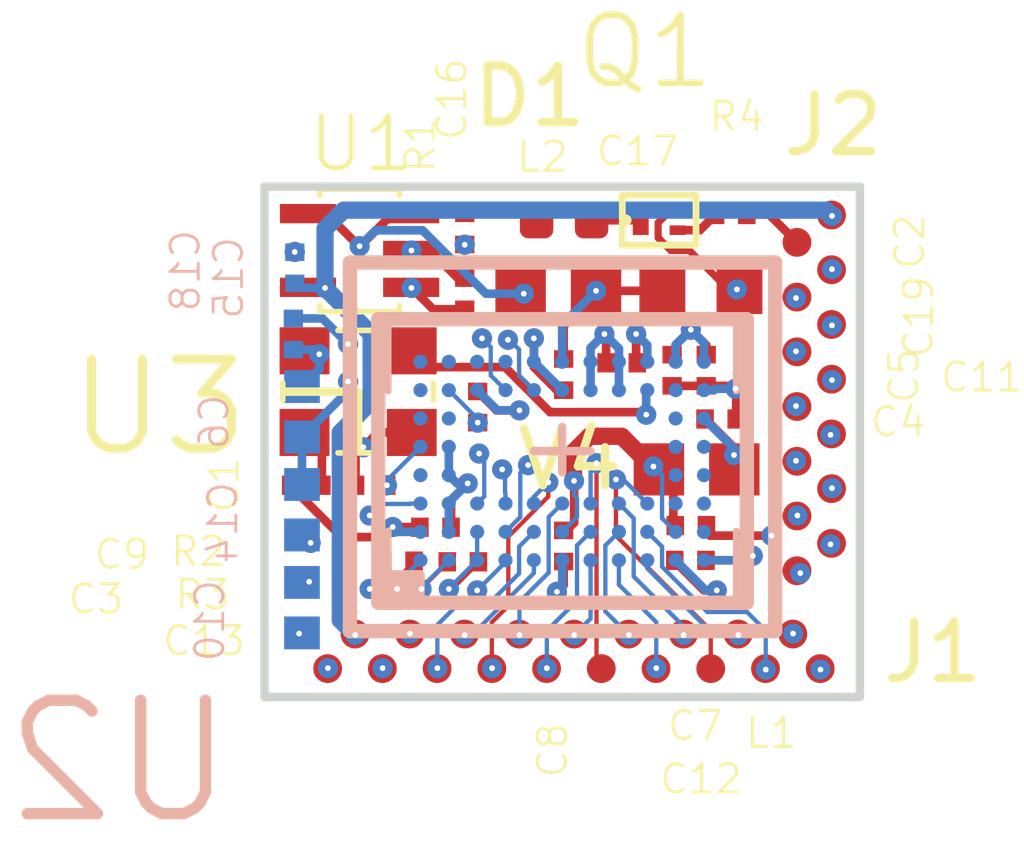
<source format=kicad_pcb>
(kicad_pcb (version 20171130) (host pcbnew "(5.1.0)-1")
  (layers (0 F.Cu jumper) (1 In1.Cu jumper) (2 In2.Cu power) (3 In3.Cu signal) (4 In4.Cu power) (31 B.Cu signal) (34 B.Paste user hide) (35 F.Paste user hide) (36 B.SilkS user) (37 F.SilkS user) (38 B.Mask user hide) (39 F.Mask user hide) (44 Edge.Cuts user))
  (net 0 "")
  (net 1 GND)
  (net 2 "Net-(L2-Pad1)")
  (net 3 +5V)
  (net 4 /VDD_PIX)
  (net 5 +1V8)
  (net 6 +3V3)
  (net 7 "Net-(R3-Pad1)")
  (net 8 "Net-(U2-PadF1)")
  (net 9 "Net-(U2-PadG1)")
  (net 10 "Net-(U2-PadH1)")
  (net 11 "Net-(U2-PadH2)")
  (net 12 "Net-(U2-PadH3)")
  (net 13 "Net-(R2-Pad1)")
  (net 14 /CLK_PLL)
  (net 15 /VREF_BOTPLATE)
  (net 16 "Net-(U2-PadB11)")
  (net 17 "Net-(U2-PadC10)")
  (net 18 "Net-(U2-PadC11)")
  (net 19 "Net-(U2-PadD10)")
  (net 20 "Net-(U2-PadD11)")
  (net 21 "Net-(U2-PadE10)")
  (net 22 "Net-(U2-PadE11)")
  (net 23 "Net-(U2-PadF10)")
  (net 24 "Net-(U2-PadH4)")
  (net 25 "Net-(D1-Pad1)")
  (net 26 "Net-(Q1-Pad1)")
  (net 27 /SS_N)
  (net 28 /FV)
  (net 29 /DOUT7)
  (net 30 /CLK_OUT)
  (net 31 /DOUT2)
  (net 32 /SCK)
  (net 33 /LV)
  (net 34 /DOUT6)
  (net 35 /DOUT4)
  (net 36 /DOUT0)
  (net 37 /MONITOR0)
  (net 38 /TRIGGER0)
  (net 39 /RESET_N)
  (net 40 /DOUT9)
  (net 41 /DOUT8)
  (net 42 /DOUT5)
  (net 43 /DOUT3)
  (net 44 /DOUT1)
  (net 45 /MONITOR1)
  (net 46 /MONITOR2)
  (net 47 /MISO)
  (net 48 /MOSI)
  (net 49 /LOCK_DETECT)
  (net 50 "Net-(D1-Pad2)")
  (net 51 /LED)
  (net 52 /I2C_SDA)
  (net 53 /I2C_SCL)
  (module .Package_BGA:BGA88CP50_8X11_493X613X75B25 (layer B.Cu) (at 39.4836 29.3384)
    (fp_text reference U2)
    (fp_text value NOIP1SN0480A)
    (fp_text user %R (at -7.8154 5.3046) (layer B.SilkS) (effects (font (size 2 2) (thickness 0.2)) (justify mirror)))
    (pad A1 smd circle (at -2.5 1.75) (size 0.25 0.25) (layers B.Cu B.Paste B.Mask) (net 4 /VDD_PIX))
    (pad A2 smd circle (at -2 1.75) (size 0.25 0.25) (layers B.Cu B.Paste B.Mask) (net 5 +1V8))
    (pad A3 smd circle (at -1.5 1.75) (size 0.25 0.25) (layers B.Cu B.Paste B.Mask) (net 1 GND))
    (pad A4 smd circle (at -1 1.75) (size 0.25 0.25) (layers B.Cu B.Paste B.Mask) (net 27 /SS_N))
    (pad A5 smd circle (at -0.5 1.75) (size 0.25 0.25) (layers B.Cu B.Paste B.Mask) (net 28 /FV))
    (pad A6 smd circle (at 0 1.75) (size 0.25 0.25) (layers B.Cu B.Paste B.Mask) (net 1 GND))
    (pad A7 smd circle (at 0.5 1.75) (size 0.25 0.25) (layers B.Cu B.Paste B.Mask) (net 29 /DOUT7))
    (pad A8 smd circle (at 1 1.75) (size 0.25 0.25) (layers B.Cu B.Paste B.Mask) (net 30 /CLK_OUT))
    (pad A9 smd circle (at 1.5 1.75) (size 0.25 0.25) (layers B.Cu B.Paste B.Mask) (net 31 /DOUT2))
    (pad A10 smd circle (at 2 1.75) (size 0.25 0.25) (layers B.Cu B.Paste B.Mask) (net 5 +1V8))
    (pad A11 smd circle (at 2.5 1.75) (size 0.25 0.25) (layers B.Cu B.Paste B.Mask) (net 1 GND))
    (pad B1 smd circle (at -2.5 1.25) (size 0.25 0.25) (layers B.Cu B.Paste B.Mask) (net 6 +3V3))
    (pad B2 smd circle (at -2 1.25) (size 0.25 0.25) (layers B.Cu B.Paste B.Mask) (net 1 GND))
    (pad B3 smd circle (at -1.5 1.25) (size 0.25 0.25) (layers B.Cu B.Paste B.Mask) (net 1 GND))
    (pad B4 smd circle (at -1 1.25) (size 0.25 0.25) (layers B.Cu B.Paste B.Mask) (net 32 /SCK))
    (pad B5 smd circle (at -0.5 1.25) (size 0.25 0.25) (layers B.Cu B.Paste B.Mask) (net 33 /LV))
    (pad B6 smd circle (at 0 1.25) (size 0.25 0.25) (layers B.Cu B.Paste B.Mask) (net 4 /VDD_PIX))
    (pad B7 smd circle (at 0.5 1.25) (size 0.25 0.25) (layers B.Cu B.Paste B.Mask) (net 34 /DOUT6))
    (pad B8 smd circle (at 1 1.25) (size 0.25 0.25) (layers B.Cu B.Paste B.Mask) (net 35 /DOUT4))
    (pad B9 smd circle (at 1.5 1.25) (size 0.25 0.25) (layers B.Cu B.Paste B.Mask) (net 36 /DOUT0))
    (pad B10 smd circle (at 2 1.25) (size 0.25 0.25) (layers B.Cu B.Paste B.Mask) (net 4 /VDD_PIX))
    (pad B11 smd circle (at 2.5 1.25) (size 0.25 0.25) (layers B.Cu B.Paste B.Mask) (net 16 "Net-(U2-PadB11)"))
    (pad C1 smd circle (at -2.5 0.75) (size 0.25 0.25) (layers B.Cu B.Paste B.Mask) (net 37 /MONITOR0))
    (pad C2 smd circle (at -2 0.75) (size 0.25 0.25) (layers B.Cu B.Paste B.Mask) (net 1 GND))
    (pad C3 smd circle (at -1.5 0.75) (size 0.25 0.25) (layers B.Cu B.Paste B.Mask) (net 38 /TRIGGER0))
    (pad C4 smd circle (at -1 0.75) (size 0.25 0.25) (layers B.Cu B.Paste B.Mask) (net 39 /RESET_N))
    (pad C5 smd circle (at -0.5 0.75) (size 0.25 0.25) (layers B.Cu B.Paste B.Mask) (net 40 /DOUT9))
    (pad C6 smd circle (at 0 0.75) (size 0.25 0.25) (layers B.Cu B.Paste B.Mask) (net 41 /DOUT8))
    (pad C7 smd circle (at 0.5 0.75) (size 0.25 0.25) (layers B.Cu B.Paste B.Mask) (net 42 /DOUT5))
    (pad C8 smd circle (at 1 0.75) (size 0.25 0.25) (layers B.Cu B.Paste B.Mask) (net 43 /DOUT3))
    (pad C9 smd circle (at 1.5 0.75) (size 0.25 0.25) (layers B.Cu B.Paste B.Mask) (net 44 /DOUT1))
    (pad C10 smd circle (at 2 0.75) (size 0.25 0.25) (layers B.Cu B.Paste B.Mask) (net 17 "Net-(U2-PadC10)"))
    (pad C11 smd circle (at 2.5 0.75) (size 0.25 0.25) (layers B.Cu B.Paste B.Mask) (net 18 "Net-(U2-PadC11)"))
    (pad D1 smd circle (at -2.5 0.25) (size 0.25 0.25) (layers B.Cu B.Paste B.Mask) (net 45 /MONITOR1))
    (pad D2 smd circle (at -2 0.25) (size 0.25 0.25) (layers B.Cu B.Paste B.Mask) (net 1 GND))
    (pad D10 smd circle (at 2 0.25) (size 0.25 0.25) (layers B.Cu B.Paste B.Mask) (net 19 "Net-(U2-PadD10)"))
    (pad D11 smd circle (at 2.5 0.25) (size 0.25 0.25) (layers B.Cu B.Paste B.Mask) (net 20 "Net-(U2-PadD11)"))
    (pad E1 smd circle (at -2.5 -0.25) (size 0.25 0.25) (layers B.Cu B.Paste B.Mask) (net 7 "Net-(R3-Pad1)"))
    (pad E2 smd circle (at -2 -0.25) (size 0.25 0.25) (layers B.Cu B.Paste B.Mask) (net 1 GND))
    (pad E10 smd circle (at 2 -0.25) (size 0.25 0.25) (layers B.Cu B.Paste B.Mask) (net 21 "Net-(U2-PadE10)"))
    (pad E11 smd circle (at 2.5 -0.25) (size 0.25 0.25) (layers B.Cu B.Paste B.Mask) (net 22 "Net-(U2-PadE11)"))
    (pad F1 smd circle (at -2.5 -0.75) (size 0.25 0.25) (layers B.Cu B.Paste B.Mask) (net 8 "Net-(U2-PadF1)"))
    (pad F2 smd circle (at -2 -0.75) (size 0.25 0.25) (layers B.Cu B.Paste B.Mask) (net 46 /MONITOR2))
    (pad F10 smd circle (at 2 -0.75) (size 0.25 0.25) (layers B.Cu B.Paste B.Mask) (net 23 "Net-(U2-PadF10)"))
    (pad F11 smd circle (at 2.5 -0.75) (size 0.25 0.25) (layers B.Cu B.Paste B.Mask) (net 6 +3V3))
    (pad G1 smd circle (at -2.5 -1.25) (size 0.25 0.25) (layers B.Cu B.Paste B.Mask) (net 9 "Net-(U2-PadG1)"))
    (pad G2 smd circle (at -2 -1.25) (size 0.25 0.25) (layers B.Cu B.Paste B.Mask) (net 1 GND))
    (pad G3 smd circle (at -1.5 -1.25) (size 0.25 0.25) (layers B.Cu B.Paste B.Mask) (net 6 +3V3))
    (pad G4 smd circle (at -1 -1.25) (size 0.25 0.25) (layers B.Cu B.Paste B.Mask) (net 47 /MISO))
    (pad G5 smd circle (at -0.5 -1.25) (size 0.25 0.25) (layers B.Cu B.Paste B.Mask) (net 48 /MOSI))
    (pad G6 smd circle (at 0 -1.25) (size 0.25 0.25) (layers B.Cu B.Paste B.Mask) (net 1 GND))
    (pad G7 smd circle (at 0.5 -1.25) (size 0.25 0.25) (layers B.Cu B.Paste B.Mask) (net 1 GND))
    (pad G8 smd circle (at 1 -1.25) (size 0.25 0.25) (layers B.Cu B.Paste B.Mask) (net 1 GND))
    (pad G9 smd circle (at 1.5 -1.25) (size 0.25 0.25) (layers B.Cu B.Paste B.Mask) (net 14 /CLK_PLL))
    (pad G10 smd circle (at 2 -1.25) (size 0.25 0.25) (layers B.Cu B.Paste B.Mask) (net 49 /LOCK_DETECT))
    (pad G11 smd circle (at 2.5 -1.25) (size 0.25 0.25) (layers B.Cu B.Paste B.Mask) (net 1 GND))
    (pad H1 smd circle (at -2.5 -1.75) (size 0.25 0.25) (layers B.Cu B.Paste B.Mask) (net 10 "Net-(U2-PadH1)"))
    (pad H2 smd circle (at -2 -1.75) (size 0.25 0.25) (layers B.Cu B.Paste B.Mask) (net 11 "Net-(U2-PadH2)"))
    (pad H3 smd circle (at -1.5 -1.75) (size 0.25 0.25) (layers B.Cu B.Paste B.Mask) (net 12 "Net-(U2-PadH3)"))
    (pad H4 smd circle (at -1 -1.75) (size 0.25 0.25) (layers B.Cu B.Paste B.Mask) (net 24 "Net-(U2-PadH4)"))
    (pad H5 smd circle (at -0.5 -1.75) (size 0.25 0.25) (layers B.Cu B.Paste B.Mask) (net 1 GND))
    (pad H6 smd circle (at 0 -1.75) (size 0.25 0.25) (layers B.Cu B.Paste B.Mask) (net 15 /VREF_BOTPLATE))
    (pad H7 smd circle (at 0.5 -1.75) (size 0.25 0.25) (layers B.Cu B.Paste B.Mask) (net 1 GND))
    (pad H8 smd circle (at 1 -1.75) (size 0.25 0.25) (layers B.Cu B.Paste B.Mask) (net 1 GND))
    (pad H9 smd circle (at 1.5 -1.75) (size 0.25 0.25) (layers B.Cu B.Paste B.Mask) (net 5 +1V8))
    (pad H10 smd circle (at 2 -1.75) (size 0.25 0.25) (layers B.Cu B.Paste B.Mask) (net 6 +3V3))
    (pad H11 smd circle (at 2.5 -1.75) (size 0.25 0.25) (layers B.Cu B.Paste B.Mask) (net 6 +3V3))
  )
  (module .Connector:B2B_Flex_14_Dual_Row_38milx24mil_Pad_20mil (layer F.Cu) (at 44.2336 25 270)
    (fp_text reference J2 (at -1.5838 -0.033) (layer F.SilkS))
    (fp_text value Conn_01x14)
    (pad 14 smd circle (at 6.273793 0.6096 270) (size 0.508 0.508) (layers F.Cu F.Paste F.Mask) (net 1 GND))
    (pad 13 smd circle (at 5.791194 0 270) (size 0.508 0.508) (layers F.Cu F.Paste F.Mask) (net 5 +1V8))
    (pad 12 smd circle (at 5.308594 0.6096 270) (size 0.508 0.508) (layers F.Cu F.Paste F.Mask) (net 27 /SS_N))
    (pad 11 smd circle (at 4.825995 0 270) (size 0.508 0.508) (layers F.Cu F.Paste F.Mask) (net 52 /I2C_SDA))
    (pad 10 smd circle (at 4.343395 0.6096 270) (size 0.508 0.508) (layers F.Cu F.Paste F.Mask) (net 53 /I2C_SCL))
    (pad 9 smd circle (at 3.860796 0 270) (size 0.508 0.508) (layers F.Cu F.Paste F.Mask) (net 32 /SCK))
    (pad 8 smd circle (at 3.378196 0.6096 270) (size 0.508 0.508) (layers F.Cu F.Paste F.Mask) (net 39 /RESET_N))
    (pad 7 smd circle (at 2.895597 0 270) (size 0.508 0.508) (layers F.Cu F.Paste F.Mask) (net 38 /TRIGGER0))
    (pad 6 smd circle (at 2.412997 0.6096 270) (size 0.508 0.508) (layers F.Cu F.Paste F.Mask) (net 37 /MONITOR0))
    (pad 5 smd circle (at 1.930398 0 270) (size 0.508 0.508) (layers F.Cu F.Paste F.Mask) (net 47 /MISO))
    (pad 4 smd circle (at 1.447798 0.6096 270) (size 0.508 0.508) (layers F.Cu F.Paste F.Mask) (net 48 /MOSI))
    (pad 3 smd circle (at 0.965199 0 270) (size 0.508 0.508) (layers F.Cu F.Paste F.Mask) (net 6 +3V3))
    (pad 2 smd circle (at 0.482599 0.6096 270) (size 0.508 0.508) (layers F.Cu F.Paste F.Mask) (net 51 /LED))
    (pad 1 smd circle (at 0 0 270) (size 0.508 0.508) (layers F.Cu F.Paste F.Mask) (net 3 +5V))
  )
  (module .Resistor:R_0201_0603Metric_ERJ_L (layer F.Cu) (at 42.4632 24.991)
    (fp_text reference R4)
    (fp_text value 1K)
    (fp_text user %R (at 0.1016 -1.7272) (layer F.SilkS) (effects (font (size 0.5 0.5) (thickness 0.05))))
    (pad 2 smd rect (at 0.275 0) (size 0.31 0.34) (layers F.Cu F.Paste F.Mask) (net 51 /LED))
    (pad 1 smd rect (at -0.275 0) (size 0.31 0.34) (layers F.Cu F.Paste F.Mask) (net 26 "Net-(Q1-Pad1)"))
  )
  (module .Resistor:R_0201_0603Metric_ERJ_L (layer F.Cu) (at 36.1132 29.7662 180)
    (fp_text reference R3)
    (fp_text value 47.7K)
    (fp_text user %R (at 2.9718 -1.9304 180) (layer F.SilkS) (effects (font (size 0.5 0.5) (thickness 0.05))))
    (pad 2 smd rect (at 0.275 0 180) (size 0.31 0.34) (layers F.Cu F.Paste F.Mask) (net 1 GND))
    (pad 1 smd rect (at -0.275 0 180) (size 0.31 0.34) (layers F.Cu F.Paste F.Mask) (net 7 "Net-(R3-Pad1)"))
  )
  (module .Resistor:R_0201_0603Metric_ERJ_L (layer F.Cu) (at 34.9702 29.7662 180)
    (fp_text reference R2)
    (fp_text value DNL)
    (fp_text user %R (at 1.905 -1.1684 180) (layer F.SilkS) (effects (font (size 0.5 0.5) (thickness 0.05))))
    (pad 2 smd rect (at 0.275 0 180) (size 0.31 0.34) (layers F.Cu F.Paste F.Mask) (net 6 +3V3))
    (pad 1 smd rect (at -0.275 0 180) (size 0.31 0.34) (layers F.Cu F.Paste F.Mask) (net 13 "Net-(R2-Pad1)"))
  )
  (module .Resistor:R_0201_0603Metric_ERJ_L (layer F.Cu) (at 37.7642 25.245 270)
    (fp_text reference R1)
    (fp_text value 1.8K)
    (fp_text user %R (at -1.4732 0.7874 270) (layer F.SilkS) (effects (font (size 0.5 0.5) (thickness 0.05))))
    (pad 2 smd rect (at 0.275 0 270) (size 0.31 0.34) (layers F.Cu F.Paste F.Mask) (net 6 +3V3))
    (pad 1 smd rect (at -0.275 0 270) (size 0.31 0.34) (layers F.Cu F.Paste F.Mask) (net 50 "Net-(D1-Pad2)"))
  )
  (module LED_SMD:LED_0402_1005Metric (layer F.Cu) (at 39.5168 25.0926 180)
    (fp_text reference D1 (at 0.6096 2.1844 180) (layer F.SilkS))
    (fp_text value LED_Small_ALT)
    (pad 2 smd roundrect (at 0.485 0 180) (size 0.59 0.64) (layers F.Cu F.Paste F.Mask) (net 50 "Net-(D1-Pad2)"))
    (pad 1 smd roundrect (at -0.485 0 180) (size 0.59 0.64) (layers F.Cu F.Paste F.Mask) (net 25 "Net-(D1-Pad1)"))
  )
  (module .Transistor:TRXDFN3_101X61X53L25X15N (layer F.Cu) (at 41.1932 25.0926 180)
    (fp_text reference Q1 (at 0.254 2.9718 180) (layer F.SilkS) (effects (font (size 1.2 1.2) (thickness 0.12))))
    (fp_text value MMBT3904LP-7B)
    (pad 3 smd rect (at 0.325 0 180) (size 0.28 0.52) (layers F.Cu F.Paste F.Mask) (net 25 "Net-(D1-Pad1)"))
    (pad 2 smd rect (at -0.325 0.175 180) (size 0.28 0.17) (layers F.Cu F.Paste F.Mask) (net 1 GND))
    (pad 1 smd rect (at -0.325 -0.175 180) (size 0.28 0.17) (layers F.Cu F.Paste F.Mask) (net 26 "Net-(Q1-Pad1)"))
  )
  (module .Capacitor:C_0201_0603Metric_L (layer F.Cu) (at 39.509 27.8144 270)
    (fp_text reference C19)
    (fp_text value GRM033R61A104ME15D)
    (fp_text user %R (at -1.02 -6.2562 270) (layer F.SilkS) (effects (font (size 0.5 0.5) (thickness 0.05))))
    (pad 2 smd rect (at 0.275 0 270) (size 0.31 0.34) (layers F.Cu F.Paste F.Mask) (net 1 GND))
    (pad 1 smd rect (at -0.275 0 270) (size 0.31 0.34) (layers F.Cu F.Paste F.Mask) (net 15 /VREF_BOTPLATE))
  )
  (module .Capacitor:C_0201_0603Metric_L (layer F.Cu) (at 37.731 31.1164)
    (fp_text reference C13)
    (fp_text value GRM033R61A104ME15D)
    (fp_text user %R (at -4.5642 1.393) (layer F.SilkS) (effects (font (size 0.5 0.5) (thickness 0.05))))
    (pad 2 smd rect (at 0.275 0) (size 0.31 0.34) (layers F.Cu F.Paste F.Mask) (net 1 GND))
    (pad 1 smd rect (at -0.275 0) (size 0.31 0.34) (layers F.Cu F.Paste F.Mask) (net 5 +1V8))
  )
  (module .Capacitor:C_0201_0603Metric_L (layer F.Cu) (at 41.4218 27.7382 270)
    (fp_text reference C2)
    (fp_text value GRM033R61A104ME15D)
    (fp_text user %R (at -2.2646 -4.191 270) (layer F.SilkS) (effects (font (size 0.5 0.5) (thickness 0.05))))
    (pad 1 smd rect (at -0.275 0 270) (size 0.31 0.34) (layers F.Cu F.Paste F.Mask) (net 6 +3V3))
    (pad 2 smd rect (at 0.275 0 270) (size 0.31 0.34) (layers F.Cu F.Paste F.Mask) (net 1 GND))
  )
  (module .Capacitor:C_0201_0603Metric_L (layer F.Cu) (at 37.2484 30.5068)
    (fp_text reference C3)
    (fp_text value GRM033R61A104ME15D)
    (fp_text user %R (at -5.9866 1.266) (layer F.SilkS) (effects (font (size 0.5 0.5) (thickness 0.05))))
    (pad 2 smd rect (at 0.275 0) (size 0.31 0.34) (layers F.Cu F.Paste F.Mask) (net 1 GND))
    (pad 1 smd rect (at -0.275 0) (size 0.31 0.34) (layers F.Cu F.Paste F.Mask) (net 6 +3V3))
  )
  (module .Capacitor:C_0201_0603Metric_L (layer F.Cu) (at 42.2776 28.5978)
    (fp_text reference C4)
    (fp_text value GRM033R61A104ME15D)
    (fp_text user %R (at 3.132 0.0508) (layer F.SilkS) (effects (font (size 0.5 0.5) (thickness 0.05))))
    (pad 1 smd rect (at -0.275 0) (size 0.31 0.34) (layers F.Cu F.Paste F.Mask) (net 6 +3V3))
    (pad 2 smd rect (at 0.275 0) (size 0.31 0.34) (layers F.Cu F.Paste F.Mask) (net 1 GND))
  )
  (module .Capacitor:C_0201_0603Metric_L (layer F.Cu) (at 41.752 30.4774)
    (fp_text reference C7)
    (fp_text value GRM033R61A104ME15D)
    (fp_text user %R (at 0.0762 3.5306) (layer F.SilkS) (effects (font (size 0.5 0.5) (thickness 0.05))))
    (pad 2 smd rect (at 0.275 0) (size 0.31 0.34) (layers F.Cu F.Paste F.Mask) (net 1 GND))
    (pad 1 smd rect (at -0.275 0) (size 0.31 0.34) (layers F.Cu F.Paste F.Mask) (net 4 /VDD_PIX))
  )
  (module .Capacitor:C_0201_0603Metric_L (layer F.Cu) (at 39.509 30.837 270)
    (fp_text reference C8)
    (fp_text value GRM033R61A104ME15D)
    (fp_text user %R (at 3.6028 0.1954 270) (layer F.SilkS) (effects (font (size 0.5 0.5) (thickness 0.05))))
    (pad 1 smd rect (at -0.275 0 270) (size 0.31 0.34) (layers F.Cu F.Paste F.Mask) (net 4 /VDD_PIX))
    (pad 2 smd rect (at 0.275 0 270) (size 0.31 0.34) (layers F.Cu F.Paste F.Mask) (net 1 GND))
  )
  (module .Capacitor:C_0201_0603Metric_L (layer F.Cu) (at 36.5958 31.1044 180)
    (fp_text reference C9)
    (fp_text value GRM033R61A104ME15D)
    (fp_text user %R (at 4.8768 0.119 180) (layer F.SilkS) (effects (font (size 0.5 0.5) (thickness 0.05))))
    (pad 2 smd rect (at 0.275 0 180) (size 0.31 0.34) (layers F.Cu F.Paste F.Mask) (net 1 GND))
    (pad 1 smd rect (at -0.275 0 180) (size 0.31 0.34) (layers F.Cu F.Paste F.Mask) (net 4 /VDD_PIX))
  )
  (module .Capacitor:C_0201_0603Metric_L (layer F.Cu) (at 40.5328 27.6072 180)
    (fp_text reference C11)
    (fp_text value GRM033R61A104ME15D)
    (fp_text user %R (at -6.35 -0.254 180) (layer F.SilkS) (effects (font (size 0.5 0.5) (thickness 0.05))))
    (pad 1 smd rect (at -0.275 0 180) (size 0.31 0.34) (layers F.Cu F.Paste F.Mask) (net 5 +1V8))
    (pad 2 smd rect (at 0.275 0 180) (size 0.31 0.34) (layers F.Cu F.Paste F.Mask) (net 1 GND))
  )
  (module .Capacitor:C_0201_0603Metric_L (layer F.Cu) (at 41.7442 31.091)
    (fp_text reference C12)
    (fp_text value GRM033R61A104ME15D)
    (fp_text user %R (at 0.1856 3.8568) (layer F.SilkS) (effects (font (size 0.5 0.5) (thickness 0.05))))
    (pad 2 smd rect (at 0.275 0) (size 0.31 0.34) (layers F.Cu F.Paste F.Mask) (net 1 GND))
    (pad 1 smd rect (at -0.275 0) (size 0.31 0.34) (layers F.Cu F.Paste F.Mask) (net 5 +1V8))
  )
  (module .Capacitor:C_0201_0603Metric_L (layer F.Cu) (at 37.9928 28.3866 270)
    (fp_text reference C1)
    (fp_text value GRM033R61A104ME15D)
    (fp_text user %R (at 1.3796 4.4704 270) (layer F.SilkS) (effects (font (size 0.5 0.5) (thickness 0.05))))
    (pad 1 smd rect (at -0.275 0 270) (size 0.31 0.34) (layers F.Cu F.Paste F.Mask) (net 6 +3V3))
    (pad 2 smd rect (at 0.275 0 270) (size 0.31 0.34) (layers F.Cu F.Paste F.Mask) (net 1 GND))
  )
  (module .Capacitor:C_0201_0603Metric_L (layer F.Cu) (at 37.7642 26.388 90)
    (fp_text reference C16)
    (fp_text value GRM033R61A104ME15D)
    (fp_text user %R (at 3.429 -0.2286 90) (layer F.SilkS) (effects (font (size 0.5 0.5) (thickness 0.05))))
    (pad 2 smd rect (at 0.275 0 90) (size 0.31 0.34) (layers F.Cu F.Paste F.Mask) (net 1 GND))
    (pad 1 smd rect (at -0.275 0 90) (size 0.31 0.34) (layers F.Cu F.Paste F.Mask) (net 5 +1V8))
  )
  (module .Capacitor:C_0201_0603Metric_L (layer B.Cu) (at 34.7416 27.0992 90)
    (fp_text reference C18)
    (fp_text value GRM033R61A104ME15D)
    (fp_text user %R (at 1.1176 -1.905 90) (layer B.SilkS) (effects (font (size 0.5 0.5) (thickness 0.05)) (justify mirror)))
    (pad 1 smd rect (at -0.275 0 90) (size 0.31 0.34) (layers B.Cu B.Paste B.Mask) (net 6 +3V3))
    (pad 2 smd rect (at 0.275 0 90) (size 0.31 0.34) (layers B.Cu B.Paste B.Mask) (net 1 GND))
  )
  (module .Capacitor:C_0201_0603Metric_L (layer B.Cu) (at 34.767 25.9308 90)
    (fp_text reference C15)
    (fp_text value GRM033R61A104ME15D)
    (fp_text user %R (at -0.1778 -1.1684 90) (layer B.SilkS) (effects (font (size 0.5 0.5) (thickness 0.05)) (justify mirror)))
    (pad 2 smd rect (at 0.275 0 90) (size 0.31 0.34) (layers B.Cu B.Paste B.Mask) (net 1 GND))
    (pad 1 smd rect (at -0.275 0 90) (size 0.31 0.34) (layers B.Cu B.Paste B.Mask) (net 3 +5V))
  )
  (module .Capacitor:C_0201_0603Metric_L (layer F.Cu) (at 42.0236 27.7382 270)
    (fp_text reference C5)
    (fp_text value GRM033R61A104ME15D)
    (fp_text user %R (at 0.0976 -3.4876 270) (layer F.SilkS) (effects (font (size 0.5 0.5) (thickness 0.05))))
    (pad 1 smd rect (at -0.275 0 270) (size 0.31 0.34) (layers F.Cu F.Paste F.Mask) (net 6 +3V3))
    (pad 2 smd rect (at 0.275 0 270) (size 0.31 0.34) (layers F.Cu F.Paste F.Mask) (net 1 GND))
  )
  (module .Capacitor:C_0402_1005Metric_L (layer B.Cu) (at 34.894 31.9252 270)
    (fp_text reference C10)
    (fp_text value GRM155R60J106ME15D)
    (fp_text user %R (at 0.2286 1.6256 270) (layer B.SilkS) (effects (font (size 0.5 0.5) (thickness 0.05)) (justify mirror)))
    (pad 1 smd rect (at -0.445 0 270) (size 0.58 0.63) (layers B.Cu B.Paste B.Mask) (net 4 /VDD_PIX))
    (pad 2 smd rect (at 0.445 0 270) (size 0.58 0.63) (layers B.Cu B.Paste B.Mask) (net 1 GND))
  )
  (module .Capacitor:C_0402_1005Metric_L (layer B.Cu) (at 34.894 28.4708 270)
    (fp_text reference C6)
    (fp_text value GRM155R60J106ME15D)
    (fp_text user %R (at 0.1778 1.5494 270) (layer B.SilkS) (effects (font (size 0.5 0.5) (thickness 0.05)) (justify mirror)))
    (pad 2 smd rect (at 0.445 0 270) (size 0.58 0.63) (layers B.Cu B.Paste B.Mask) (net 1 GND))
    (pad 1 smd rect (at -0.445 0 270) (size 0.58 0.63) (layers B.Cu B.Paste B.Mask) (net 6 +3V3))
  )
  (module .Capacitor:C_0402_1005Metric_L (layer B.Cu) (at 34.894 30.198 90)
    (fp_text reference C14)
    (fp_text value GRM155R60J106ME15D)
    (fp_text user %R (at -0.2286 -1.397 90) (layer B.SilkS) (effects (font (size 0.5 0.5) (thickness 0.05)) (justify mirror)))
    (pad 1 smd rect (at -0.445 0 90) (size 0.58 0.63) (layers B.Cu B.Paste B.Mask) (net 5 +1V8))
    (pad 2 smd rect (at 0.445 0 90) (size 0.58 0.63) (layers B.Cu B.Paste B.Mask) (net 1 GND))
  )
  (module .Capacitor:C_0603_1608Metric_L (layer F.Cu) (at 41.9298 26.3118)
    (fp_text reference C17)
    (fp_text value GRM188R61E475KE11D)
    (fp_text user %R (at -1.1176 -2.4384) (layer F.SilkS) (effects (font (size 0.5 0.5) (thickness 0.05))))
    (pad 1 smd rect (at -0.68 0) (size 0.81 0.87) (layers F.Cu F.Paste F.Mask) (net 15 /VREF_BOTPLATE))
    (pad 2 smd rect (at 0.68 0) (size 0.81 0.87) (layers F.Cu F.Paste F.Mask) (net 1 GND))
  )
  (module .Connector:B2B_Flex_20_Dual_Row_38milx24mil_Pad_20mil (layer F.Cu) (at 44.0336 33 180)
    (fp_text reference J1 (at -1.9856 0.2874 180) (layer F.SilkS))
    (fp_text value Conn_01x20)
    (pad 1 smd circle (at 0 0 180) (size 0.508 0.508) (layers F.Cu F.Paste F.Mask) (net 1 GND))
    (pad 2 smd circle (at 0.482599 0.6096 180) (size 0.508 0.508) (layers F.Cu F.Paste F.Mask) (net 5 +1V8))
    (pad 3 smd circle (at 0.965199 0 180) (size 0.508 0.508) (layers F.Cu F.Paste F.Mask) (net 36 /DOUT0))
    (pad 4 smd circle (at 1.447798 0.6096 180) (size 0.508 0.508) (layers F.Cu F.Paste F.Mask) (net 31 /DOUT2))
    (pad 5 smd circle (at 1.930398 0 180) (size 0.508 0.508) (layers F.Cu F.Paste F.Mask) (net 44 /DOUT1))
    (pad 6 smd circle (at 2.412997 0.6096 180) (size 0.508 0.508) (layers F.Cu F.Paste F.Mask) (net 43 /DOUT3))
    (pad 7 smd circle (at 2.895597 0 180) (size 0.508 0.508) (layers F.Cu F.Paste F.Mask) (net 30 /CLK_OUT))
    (pad 8 smd circle (at 3.378196 0.6096 180) (size 0.508 0.508) (layers F.Cu F.Paste F.Mask) (net 35 /DOUT4))
    (pad 9 smd circle (at 3.860796 0 180) (size 0.508 0.508) (layers F.Cu F.Paste F.Mask) (net 42 /DOUT5))
    (pad 10 smd circle (at 4.343395 0.6096 180) (size 0.508 0.508) (layers F.Cu F.Paste F.Mask) (net 29 /DOUT7))
    (pad 11 smd circle (at 4.825995 0 180) (size 0.508 0.508) (layers F.Cu F.Paste F.Mask) (net 34 /DOUT6))
    (pad 12 smd circle (at 5.308594 0.6096 180) (size 0.508 0.508) (layers F.Cu F.Paste F.Mask) (net 41 /DOUT8))
    (pad 13 smd circle (at 5.791194 0 180) (size 0.508 0.508) (layers F.Cu F.Paste F.Mask) (net 40 /DOUT9))
    (pad 14 smd circle (at 6.273793 0.6096 180) (size 0.508 0.508) (layers F.Cu F.Paste F.Mask) (net 28 /FV))
    (pad 15 smd circle (at 6.756393 0 180) (size 0.508 0.508) (layers F.Cu F.Paste F.Mask) (net 33 /LV))
    (pad 16 smd circle (at 7.238992 0.6096 180) (size 0.508 0.508) (layers F.Cu F.Paste F.Mask) (net 52 /I2C_SDA))
    (pad 17 smd circle (at 7.721592 0 180) (size 0.508 0.508) (layers F.Cu F.Paste F.Mask) (net 53 /I2C_SCL))
    (pad 18 smd circle (at 8.204191 0.6096 180) (size 0.508 0.508) (layers F.Cu F.Paste F.Mask) (net 3 +5V))
    (pad 19 smd circle (at 8.686791 0 180) (size 0.508 0.508) (layers F.Cu F.Paste F.Mask) (net 6 +3V3))
    (pad 20 smd circle (at 9.16939 0.6096 180) (size 0.508 0.508) (layers F.Cu F.Paste F.Mask) (net 1 GND))
  )
  (module .Inductor:L_0603_1608Metric_L (layer F.Cu) (at 41.8536 29.4868 180)
    (fp_text reference L1)
    (fp_text value BLM18PG471SN1D)
    (fp_text user %R (at -1.3208 -4.6482 180) (layer F.SilkS) (effects (font (size 0.52 0.52) (thickness 0.05))))
    (pad 2 smd rect (at 0.665 0 180) (size 0.89 0.92) (layers F.Cu F.Paste F.Mask) (net 4 /VDD_PIX))
    (pad 1 smd rect (at -0.665 0 180) (size 0.89 0.92) (layers F.Cu F.Paste F.Mask) (net 6 +3V3))
  )
  (module .Inductor:L_0603_1608Metric_L (layer F.Cu) (at 39.4152 26.3372)
    (fp_text reference L2)
    (fp_text value BLM18PG471SN1D)
    (fp_text user %R (at -0.2794 -2.3622) (layer F.SilkS) (effects (font (size 0.52 0.52) (thickness 0.05))))
    (pad 1 smd rect (at -0.665 0) (size 0.89 0.92) (layers F.Cu F.Paste F.Mask) (net 2 "Net-(L2-Pad1)"))
    (pad 2 smd rect (at 0.665 0) (size 0.89 0.92) (layers F.Cu F.Paste F.Mask) (net 15 /VREF_BOTPLATE))
  )
  (module .Oscillator:OSC_CC250X200X80L70X75L (layer F.Cu) (at 35.8846 28.1152)
    (fp_text reference U3)
    (fp_text value SiT_2.5mmx2mm)
    (fp_text user %R (at -3.5052 0.2794) (layer F.SilkS) (effects (font (size 1.57 1.57) (thickness 0.16))))
    (pad 1 smd rect (at -0.945 0.72 90) (size 0.83 0.88) (layers F.Cu F.Paste F.Mask) (net 13 "Net-(R2-Pad1)"))
    (pad 2 smd rect (at 0.945 0.72 90) (size 0.83 0.88) (layers F.Cu F.Paste F.Mask) (net 1 GND))
    (pad 3 smd rect (at 0.945 -0.72 90) (size 0.83 0.88) (layers F.Cu F.Paste F.Mask) (net 14 /CLK_PLL))
    (pad 4 smd rect (at -0.945 -0.72 90) (size 0.83 0.88) (layers F.Cu F.Paste F.Mask) (net 6 +3V3))
  )
  (module .Package_SOT:SOT_23-5P65_210X110L36X22L (layer F.Cu) (at 35.91 25.626 90)
    (fp_text reference U1)
    (fp_text value LMV321IDCKR)
    (fp_text user %R (at 1.8796 0.0254 180) (layer F.SilkS) (effects (font (size 0.92 0.92) (thickness 0.09))))
    (pad 1 smd rect (at -0.65 0.91 180) (size 0.99 0.34) (layers F.Cu F.Paste F.Mask) (net 5 +1V8))
    (pad 2 smd rect (at 0 0.91 180) (size 0.99 0.34) (layers F.Cu F.Paste F.Mask) (net 1 GND))
    (pad 3 smd rect (at 0.65 0.91 180) (size 0.99 0.34) (layers F.Cu F.Paste F.Mask) (net 2 "Net-(L2-Pad1)"))
    (pad 4 smd rect (at 0.65 -0.91 180) (size 0.99 0.34) (layers F.Cu F.Paste F.Mask) (net 2 "Net-(L2-Pad1)"))
    (pad 5 smd rect (at -0.65 -0.91 180) (size 0.99 0.34) (layers F.Cu F.Paste F.Mask) (net 3 +5V))
  )
  (gr_line (start 43.2398 25.838) (end 35.7398 25.838) (layer B.SilkS) (width 0.254))
  (gr_line (start 43.2398 32.338) (end 43.2398 25.838) (layer B.SilkS) (width 0.254))
  (gr_line (start 35.7398 32.338) (end 43.2398 32.338) (layer B.SilkS) (width 0.254))
  (gr_line (start 35.7398 25.838) (end 35.7398 32.338) (layer B.SilkS) (width 0.254))
  (gr_line (start 36.2398 26.838) (end 36.2398 31.838) (layer B.SilkS) (width 0.254))
  (gr_line (start 42.7398 26.838) (end 36.2398 26.838) (layer B.SilkS) (width 0.254))
  (gr_line (start 42.7398 31.838) (end 42.7398 26.838) (layer B.SilkS) (width 0.254))
  (gr_line (start 36.2398 31.838) (end 42.7398 31.838) (layer B.SilkS) (width 0.254))
  (gr_text V4 (at 39.6184 29.309) (layer F.SilkS) (effects (font (size 1 1))))
  (gr_line (start 44.7336 24.5) (end 34.2336 24.5) (layer Edge.Cuts) (width 0.15))
  (gr_line (start 44.7336 33.5) (end 44.7336 24.5) (layer Edge.Cuts) (width 0.15))
  (gr_line (start 34.2336 33.5) (end 44.7336 33.5) (layer Edge.Cuts) (width 0.15))
  (gr_line (start 34.2336 24.5) (end 34.2336 33.5) (layer Edge.Cuts) (width 0.15))
  (via (at 43.6824 31.3156) (size 0.3556) (drill 0.1016) (layers F.Cu B.Cu) (net 1))
  (via (at 44.038 33.0174) (size 0.3556) (drill 0.1016) (layers F.Cu B.Cu) (net 1))
  (via (at 34.8432 32.3824) (size 0.3556) (drill 0.1016) (layers F.Cu B.Cu) (net 1))
  (via (at 34.767 25.6514) (size 0.3556) (drill 0.1016) (layers F.Cu B.Cu) (net 1))
  (via (at 36.8244 25.626) (size 0.3556) (drill 0.1016) (layers F.Cu B.Cu) (net 1))
  (segment (start 35.8382 29.4438) (end 35.8382 29.7662) (width 0.1524) (layer F.Cu) (net 1))
  (segment (start 35.8382 29.2342) (end 35.8382 29.4438) (width 0.1524) (layer F.Cu) (net 1))
  (segment (start 36.2372 28.8352) (end 35.9764 29.096) (width 0.1524) (layer F.Cu) (net 1))
  (segment (start 36.8296 28.8352) (end 36.2372 28.8352) (width 0.1524) (layer F.Cu) (net 1))
  (segment (start 35.9764 29.096) (end 35.8382 29.2342) (width 0.1524) (layer F.Cu) (net 1))
  (via (at 35.9764 29.096) (size 0.3556) (drill 0.1016) (layers F.Cu B.Cu) (net 1))
  (segment (start 42.5648 26.3118) (end 42.6098 26.3118) (width 0.127) (layer F.Cu) (net 1))
  (via (at 42.5648 26.3118) (size 0.3556) (drill 0.1016) (layers F.Cu B.Cu) (net 1))
  (segment (start 37.9836 30.5884) (end 37.9836 31.0884) (width 0.0762) (layer B.Cu) (net 1))
  (segment (start 37.4836 30.5884) (end 37.4836 30.0884) (width 0.1524) (layer B.Cu) (net 1))
  (via (at 37.816499 29.7336) (size 0.3556) (drill 0.1016) (layers F.Cu B.Cu) (net 1))
  (segment (start 37.4836 30.0884) (end 37.4836 30.066499) (width 0.1524) (layer B.Cu) (net 1))
  (segment (start 37.4836 30.066499) (end 37.816499 29.7336) (width 0.1524) (layer B.Cu) (net 1))
  (segment (start 37.4836 29.0884) (end 37.4836 29.5884) (width 0.1524) (layer B.Cu) (net 1))
  (segment (start 37.6288 29.7336) (end 37.4836 29.5884) (width 0.1524) (layer B.Cu) (net 1))
  (segment (start 37.816499 29.7336) (end 37.6288 29.7336) (width 0.1524) (layer B.Cu) (net 1))
  (segment (start 39.4836 28.0884) (end 38.9836 27.5884) (width 0.1524) (layer B.Cu) (net 1))
  (segment (start 42.160376 28.0884) (end 42.184376 28.0644) (width 0.1524) (layer B.Cu) (net 1))
  (segment (start 41.9836 28.0884) (end 42.160376 28.0884) (width 0.1524) (layer B.Cu) (net 1))
  (segment (start 42.184376 28.0644) (end 42.5394 28.0644) (width 0.1524) (layer B.Cu) (net 1))
  (via (at 37.9928 28.6616) (size 0.3556) (drill 0.1016) (layers F.Cu B.Cu) (net 1))
  (segment (start 37.4836 28.0884) (end 37.9928 28.5976) (width 0.0762) (layer B.Cu) (net 1))
  (segment (start 37.9928 28.5976) (end 37.9928 28.6616) (width 0.0762) (layer B.Cu) (net 1))
  (segment (start 37.5234 30.026699) (end 37.816499 29.7336) (width 0.1524) (layer F.Cu) (net 1))
  (segment (start 37.5234 30.5068) (end 37.5234 30.026699) (width 0.1524) (layer F.Cu) (net 1))
  (via (at 38.9834 27.1754) (size 0.3556) (drill 0.1016) (layers F.Cu B.Cu) (net 1))
  (segment (start 38.9836 27.5884) (end 38.9836 27.1756) (width 0.1524) (layer B.Cu) (net 1))
  (segment (start 38.9836 27.1756) (end 38.9834 27.1754) (width 0.1524) (layer B.Cu) (net 1))
  (segment (start 39.9836 28.0884) (end 39.9836 27.5976) (width 0.1524) (layer B.Cu) (net 1))
  (segment (start 40.4836 28.0884) (end 40.4836 27.667) (width 0.1524) (layer B.Cu) (net 1))
  (segment (start 40.3296 27.0992) (end 40.3296 27.0992) (width 0.1524) (layer B.Cu) (net 1))
  (via (at 40.228 27.0992) (size 0.3556) (drill 0.1016) (layers F.Cu B.Cu) (net 1))
  (segment (start 39.9836 27.3436) (end 40.228 27.0992) (width 0.1524) (layer B.Cu) (net 1))
  (segment (start 39.9836 27.5884) (end 39.9836 27.3436) (width 0.1524) (layer B.Cu) (net 1))
  (segment (start 40.4836 27.3548) (end 40.228 27.0992) (width 0.1524) (layer B.Cu) (net 1))
  (segment (start 40.4836 27.5884) (end 40.4836 27.3548) (width 0.1524) (layer B.Cu) (net 1))
  (segment (start 42.5394 28.0644) (end 42.5394 28.0644) (width 0.1524) (layer B.Cu) (net 1))
  (via (at 42.5394 28.0644) (size 0.3556) (drill 0.1016) (layers F.Cu B.Cu) (net 1))
  (segment (start 42.4882 28.0132) (end 42.5394 28.0644) (width 0.1524) (layer F.Cu) (net 1))
  (segment (start 41.4902 28.0132) (end 42.4882 28.0132) (width 0.1524) (layer F.Cu) (net 1))
  (segment (start 42.5526 28.0776) (end 42.5394 28.0644) (width 0.1524) (layer F.Cu) (net 1))
  (segment (start 42.5526 28.5764) (end 42.5526 28.0776) (width 0.1524) (layer F.Cu) (net 1))
  (segment (start 42.514 31.087) (end 42.514 31.087) (width 0.1524) (layer B.Cu) (net 1))
  (via (at 37.484797 31.595003) (size 0.3556) (drill 0.1016) (layers F.Cu B.Cu) (net 1))
  (segment (start 37.9836 31.0884) (end 37.484797 31.587203) (width 0.0762) (layer B.Cu) (net 1))
  (segment (start 37.484797 31.587203) (end 37.484797 31.595003) (width 0.0762) (layer B.Cu) (net 1))
  (segment (start 38.006 31.1164) (end 38.006 31.1314) (width 0.0762) (layer F.Cu) (net 1))
  (segment (start 37.542397 31.595003) (end 37.484797 31.595003) (width 0.0762) (layer F.Cu) (net 1))
  (segment (start 38.006 31.1314) (end 37.542397 31.595003) (width 0.0762) (layer F.Cu) (net 1))
  (via (at 36.0878 31.595) (size 0.3556) (drill 0.1016) (layers F.Cu B.Cu) (net 1))
  (segment (start 36.3208 31.1044) (end 36.3208 31.362) (width 0.0762) (layer F.Cu) (net 1))
  (segment (start 36.3208 31.362) (end 36.0878 31.595) (width 0.0762) (layer F.Cu) (net 1))
  (segment (start 37.6416 26.113) (end 37.7642 26.113) (width 0.1524) (layer F.Cu) (net 1))
  (segment (start 36.82 25.626) (end 37.1546 25.626) (width 0.1524) (layer F.Cu) (net 1))
  (segment (start 37.1546 25.626) (end 37.6416 26.113) (width 0.1524) (layer F.Cu) (net 1))
  (via (at 35.7068 27.277) (size 0.3556) (drill 0.1016) (layers F.Cu B.Cu) (net 1))
  (segment (start 34.7416 26.8242) (end 35.254 26.8242) (width 0.1524) (layer B.Cu) (net 1))
  (segment (start 35.254 26.8242) (end 35.7068 27.277) (width 0.1524) (layer B.Cu) (net 1))
  (segment (start 34.894 29.753) (end 34.894 28.9158) (width 0.1524) (layer B.Cu) (net 1))
  (via (at 35.7068 27.9374) (size 0.3556) (drill 0.1016) (layers F.Cu B.Cu) (net 1))
  (segment (start 34.894 28.9158) (end 35.7068 28.103) (width 0.1524) (layer B.Cu) (net 1))
  (segment (start 35.7068 28.103) (end 35.7068 27.9374) (width 0.1524) (layer B.Cu) (net 1))
  (via (at 43.1744 30.6552) (size 0.3556) (drill 0.1016) (layers F.Cu B.Cu) (net 1))
  (segment (start 41.989804 30.5536) (end 42.091404 30.6552) (width 0.1524) (layer F.Cu) (net 1))
  (segment (start 42.922953 30.6552) (end 43.1744 30.6552) (width 0.1524) (layer F.Cu) (net 1))
  (segment (start 42.091404 30.6552) (end 42.922953 30.6552) (width 0.1524) (layer F.Cu) (net 1))
  (via (at 42.8442 31.0108) (size 0.3556) (drill 0.1016) (layers F.Cu B.Cu) (net 1))
  (segment (start 42.0192 31.091) (end 42.764 31.091) (width 0.1524) (layer F.Cu) (net 1))
  (segment (start 42.764 31.091) (end 42.8442 31.0108) (width 0.1524) (layer F.Cu) (net 1))
  (segment (start 41.9836 31.0884) (end 42.7666 31.0884) (width 0.1524) (layer B.Cu) (net 1))
  (segment (start 42.7666 31.0884) (end 42.8442 31.0108) (width 0.1524) (layer B.Cu) (net 1))
  (segment (start 40.2578 27.129) (end 40.228 27.0992) (width 0.1524) (layer F.Cu) (net 1))
  (segment (start 40.2578 27.4412) (end 40.2578 27.129) (width 0.1524) (layer F.Cu) (net 1))
  (segment (start 42.4124 26.3118) (end 42.5648 26.3118) (width 0.127) (layer F.Cu) (net 1))
  (segment (start 41.3936 24.9176) (end 41.175256 25.135944) (width 0.127) (layer F.Cu) (net 1))
  (segment (start 41.5182 24.9176) (end 41.3936 24.9176) (width 0.127) (layer F.Cu) (net 1))
  (segment (start 41.175256 25.135944) (end 41.175256 25.401118) (width 0.127) (layer F.Cu) (net 1))
  (segment (start 41.175256 25.401118) (end 41.400138 25.626) (width 0.127) (layer F.Cu) (net 1))
  (segment (start 41.400138 25.626) (end 41.7266 25.626) (width 0.127) (layer F.Cu) (net 1))
  (segment (start 41.7266 25.626) (end 42.4124 26.3118) (width 0.127) (layer F.Cu) (net 1))
  (segment (start 39.3894 28.0894) (end 39.509 28.0894) (width 0.1524) (layer F.Cu) (net 1))
  (segment (start 38.9834 27.1754) (end 38.9834 27.6834) (width 0.1524) (layer F.Cu) (net 1))
  (segment (start 38.9834 27.6834) (end 39.3894 28.0894) (width 0.1524) (layer F.Cu) (net 1))
  (via (at 39.389798 31.6458) (size 0.3556) (drill 0.1016) (layers F.Cu B.Cu) (net 1))
  (segment (start 39.4836 31.0884) (end 39.4836 31.551998) (width 0.1524) (layer B.Cu) (net 1))
  (segment (start 39.509 31.526598) (end 39.389798 31.6458) (width 0.1524) (layer F.Cu) (net 1))
  (segment (start 39.509 31.112) (end 39.509 31.526598) (width 0.1524) (layer F.Cu) (net 1))
  (segment (start 39.4836 31.551998) (end 39.389798 31.6458) (width 0.1524) (layer B.Cu) (net 1))
  (via (at 38.8056 26.388) (size 0.3556) (drill 0.1016) (layers F.Cu B.Cu) (net 2))
  (segment (start 35.325 24.976) (end 35.91 25.561) (width 0.1524) (layer F.Cu) (net 2))
  (segment (start 36.82 24.976) (end 36.495 24.976) (width 0.1524) (layer F.Cu) (net 2))
  (segment (start 38.8056 26.388) (end 38.139102 26.388) (width 0.1524) (layer B.Cu) (net 2))
  (segment (start 36.189405 25.270401) (end 36.087799 25.372007) (width 0.1524) (layer B.Cu) (net 2))
  (segment (start 35 24.976) (end 35.325 24.976) (width 0.1524) (layer F.Cu) (net 2))
  (segment (start 37.021503 25.270401) (end 36.189405 25.270401) (width 0.1524) (layer B.Cu) (net 2))
  (segment (start 36.087799 25.372007) (end 35.91 25.549806) (width 0.1524) (layer B.Cu) (net 2))
  (segment (start 38.139102 26.388) (end 37.021503 25.270401) (width 0.1524) (layer B.Cu) (net 2))
  (segment (start 35.91 25.561) (end 35.91 25.549806) (width 0.1524) (layer F.Cu) (net 2))
  (segment (start 36.495 24.976) (end 35.91 25.561) (width 0.1524) (layer F.Cu) (net 2))
  (via (at 35.91 25.549806) (size 0.3556) (drill 0.1016) (layers F.Cu B.Cu) (net 2))
  (via (at 35.3004 26.2864) (size 0.3556) (drill 0.1016) (layers F.Cu B.Cu) (net 3))
  (segment (start 34.8476 26.2864) (end 34.767 26.2058) (width 0.1524) (layer B.Cu) (net 3))
  (segment (start 35.3004 26.2864) (end 34.8476 26.2864) (width 0.1524) (layer B.Cu) (net 3))
  (via (at 44.2412 25.0164) (size 0.3556) (drill 0.1016) (layers F.Cu B.Cu) (net 3))
  (segment (start 44.1396 24.9148) (end 44.2412 25.0164) (width 0.3048) (layer B.Cu) (net 3))
  (segment (start 35.6306 24.9148) (end 44.1396 24.9148) (width 0.3048) (layer B.Cu) (net 3))
  (segment (start 35.3004 26.2864) (end 35.3004 25.245) (width 0.3048) (layer B.Cu) (net 3))
  (segment (start 35.3004 25.245) (end 35.6306 24.9148) (width 0.3048) (layer B.Cu) (net 3))
  (segment (start 35.656001 32.230012) (end 35.8338 32.407811) (width 0.3048) (layer B.Cu) (net 3))
  (segment (start 35.569999 28.836201) (end 35.569999 32.14401) (width 0.3048) (layer B.Cu) (net 3))
  (segment (start 35.569999 32.14401) (end 35.656001 32.230012) (width 0.3048) (layer B.Cu) (net 3))
  (segment (start 35.3004 26.2864) (end 36.1132 27.0992) (width 0.3048) (layer B.Cu) (net 3))
  (via (at 35.8338 32.407811) (size 0.3556) (drill 0.1016) (layers F.Cu B.Cu) (net 3))
  (segment (start 36.1132 27.0992) (end 36.1132 28.293) (width 0.3048) (layer B.Cu) (net 3))
  (segment (start 36.1132 28.293) (end 35.569999 28.836201) (width 0.3048) (layer B.Cu) (net 3))
  (via (at 35.021 31.468) (size 0.3556) (drill 0.1016) (layers F.Cu B.Cu) (net 4))
  (segment (start 40.99 29.3598) (end 41.0916 29.436) (width 0.0762) (layer F.Cu) (net 4))
  (via (at 36.570374 31.595) (size 0.3556) (drill 0.1016) (layers F.Cu B.Cu) (net 4))
  (segment (start 36.570374 31.501626) (end 36.570374 31.595) (width 0.0762) (layer B.Cu) (net 4))
  (segment (start 36.570374 31.419826) (end 36.570374 31.595) (width 0.0762) (layer F.Cu) (net 4))
  (segment (start 36.9836 31.0884) (end 36.570374 31.501626) (width 0.0762) (layer B.Cu) (net 4))
  (segment (start 36.8708 31.1194) (end 36.570374 31.419826) (width 0.0762) (layer F.Cu) (net 4))
  (segment (start 36.8708 31.1044) (end 36.8708 31.1194) (width 0.0762) (layer F.Cu) (net 4))
  (via (at 41.0916 29.436) (size 0.3556) (drill 0.1016) (layers F.Cu B.Cu) (net 4))
  (segment (start 41.244299 29.588699) (end 41.0916 29.436) (width 0.0762) (layer B.Cu) (net 4))
  (segment (start 41.4836 30.5884) (end 41.244299 30.349099) (width 0.0762) (layer B.Cu) (net 4))
  (segment (start 41.244299 30.349099) (end 41.244299 29.588699) (width 0.0762) (layer B.Cu) (net 4))
  (segment (start 41.4438 29.4602) (end 41.468 29.436) (width 0.0762) (layer F.Cu) (net 4))
  (segment (start 41.4438 30.5576) (end 41.4438 29.4602) (width 0.1524) (layer F.Cu) (net 4))
  (via (at 39.69149 29.69) (size 0.3556) (drill 0.1016) (layers F.Cu B.Cu) (net 4))
  (segment (start 39.4836 30.5884) (end 39.744299 30.327701) (width 0.0762) (layer B.Cu) (net 4))
  (segment (start 39.744299 30.327701) (end 39.744299 29.994256) (width 0.0762) (layer B.Cu) (net 4))
  (segment (start 39.69149 29.941447) (end 39.69149 29.69) (width 0.0762) (layer B.Cu) (net 4))
  (segment (start 39.744299 29.994256) (end 39.69149 29.941447) (width 0.0762) (layer B.Cu) (net 4))
  (segment (start 40.5328 28.9026) (end 39.960918 28.9026) (width 0.3048) (layer F.Cu) (net 4))
  (segment (start 39.682076 29.680586) (end 39.69149 29.69) (width 0.3048) (layer F.Cu) (net 4))
  (segment (start 40.99 29.3598) (end 40.5328 28.9026) (width 0.3048) (layer F.Cu) (net 4))
  (segment (start 39.960918 28.9026) (end 39.682076 29.181442) (width 0.3048) (layer F.Cu) (net 4))
  (segment (start 39.682076 29.181442) (end 39.682076 29.680586) (width 0.3048) (layer F.Cu) (net 4))
  (segment (start 39.6946 29.69311) (end 39.69149 29.69) (width 0.1524) (layer F.Cu) (net 4))
  (segment (start 39.6946 30.4266) (end 39.6946 29.69311) (width 0.1524) (layer F.Cu) (net 4))
  (segment (start 39.509 30.562) (end 39.5592 30.562) (width 0.1524) (layer F.Cu) (net 4))
  (segment (start 39.5592 30.562) (end 39.6946 30.4266) (width 0.1524) (layer F.Cu) (net 4))
  (via (at 35.0464 30.7822) (size 0.3556) (drill 0.1016) (layers F.Cu B.Cu) (net 5))
  (via (at 44.2158 30.8076) (size 0.3556) (drill 0.1016) (layers F.Cu B.Cu) (net 5))
  (via (at 43.5554 32.3824) (size 0.3556) (drill 0.1016) (layers F.Cu B.Cu) (net 5))
  (via (at 36.8244 26.2864) (size 0.3556) (drill 0.1016) (layers F.Cu B.Cu) (net 5))
  (segment (start 37.207 26.663) (end 36.82 26.276) (width 0.1524) (layer F.Cu) (net 5))
  (segment (start 37.7642 26.663) (end 37.207 26.663) (width 0.1524) (layer F.Cu) (net 5))
  (segment (start 37.002187 31.585213) (end 37.002187 31.595) (width 0.0762) (layer F.Cu) (net 5))
  (segment (start 37.002187 31.569813) (end 37.002187 31.595) (width 0.0762) (layer B.Cu) (net 5))
  (segment (start 37.456 31.1314) (end 37.002187 31.585213) (width 0.0762) (layer F.Cu) (net 5))
  (segment (start 37.456 31.1164) (end 37.456 31.1314) (width 0.0762) (layer F.Cu) (net 5))
  (via (at 37.002187 31.595) (size 0.3556) (drill 0.1016) (layers F.Cu B.Cu) (net 5))
  (segment (start 37.4836 31.0884) (end 37.002187 31.569813) (width 0.0762) (layer B.Cu) (net 5))
  (segment (start 40.964599 27.276999) (end 40.7868 27.0992) (width 0.1524) (layer B.Cu) (net 5))
  (segment (start 40.9836 27.5884) (end 40.9836 27.296) (width 0.1524) (layer B.Cu) (net 5))
  (segment (start 40.9836 27.296) (end 40.964599 27.276999) (width 0.1524) (layer B.Cu) (net 5))
  (via (at 40.7868 27.0992) (size 0.3556) (drill 0.1016) (layers F.Cu B.Cu) (net 5))
  (segment (start 40.7868 27.5862) (end 40.8078 27.6072) (width 0.1524) (layer F.Cu) (net 5))
  (segment (start 40.7868 27.0992) (end 40.7868 27.5862) (width 0.1524) (layer F.Cu) (net 5))
  (via (at 42.2092 31.6204) (size 0.3556) (drill 0.1016) (layers F.Cu B.Cu) (net 5))
  (segment (start 41.4692 31.091) (end 41.4692 31.106) (width 0.1524) (layer F.Cu) (net 5))
  (segment (start 41.4692 31.106) (end 41.9836 31.6204) (width 0.1524) (layer F.Cu) (net 5))
  (segment (start 41.9836 31.6204) (end 42.2092 31.6204) (width 0.1524) (layer F.Cu) (net 5))
  (segment (start 42.0156 31.6204) (end 42.2092 31.6204) (width 0.1524) (layer B.Cu) (net 5))
  (segment (start 41.4836 31.0884) (end 42.0156 31.6204) (width 0.1524) (layer B.Cu) (net 5))
  (via (at 44.2412 25.9562) (size 0.3556) (drill 0.1016) (layers F.Cu B.Cu) (net 6))
  (via (at 35.3512 32.992) (size 0.3556) (drill 0.1016) (layers F.Cu B.Cu) (net 6))
  (via (at 37.7642 25.5244) (size 0.3556) (drill 0.1016) (layers F.Cu B.Cu) (net 6))
  (via (at 36.4942 30.5028) (size 0.3556) (drill 0.1016) (layers F.Cu B.Cu) (net 6))
  (segment (start 36.9836 30.5884) (end 36.5798 30.5884) (width 0.1524) (layer B.Cu) (net 6))
  (segment (start 36.5798 30.5884) (end 36.4942 30.5028) (width 0.1524) (layer B.Cu) (net 6))
  (segment (start 36.9694 30.5028) (end 36.9734 30.5068) (width 0.1524) (layer F.Cu) (net 6))
  (segment (start 36.4942 30.5028) (end 36.9694 30.5028) (width 0.1524) (layer F.Cu) (net 6))
  (via (at 41.752 27.022994) (size 0.3556) (drill 0.1016) (layers F.Cu B.Cu) (net 6))
  (segment (start 41.752 27.023) (end 41.752 27.022994) (width 0.1524) (layer B.Cu) (net 6))
  (segment (start 41.4836 27.5884) (end 41.4836 27.2914) (width 0.1524) (layer B.Cu) (net 6))
  (segment (start 41.4836 27.2914) (end 41.752 27.023) (width 0.1524) (layer B.Cu) (net 6))
  (segment (start 41.9836 27.254594) (end 41.752 27.022994) (width 0.1524) (layer B.Cu) (net 6))
  (segment (start 41.9836 27.5884) (end 41.9836 27.254594) (width 0.1524) (layer B.Cu) (net 6))
  (segment (start 42.0236 27.294594) (end 41.752 27.022994) (width 0.1524) (layer F.Cu) (net 6))
  (segment (start 42.0236 27.4632) (end 42.0236 27.294594) (width 0.1524) (layer F.Cu) (net 6))
  (segment (start 41.4902 27.284794) (end 41.752 27.022994) (width 0.1524) (layer F.Cu) (net 6))
  (segment (start 41.4902 27.4632) (end 41.4902 27.284794) (width 0.1524) (layer F.Cu) (net 6))
  (via (at 38.7294 28.4454) (size 0.3556) (drill 0.1016) (layers F.Cu B.Cu) (net 6))
  (segment (start 37.9836 28.0884) (end 38.3406 28.4454) (width 0.1524) (layer B.Cu) (net 6))
  (segment (start 38.477953 28.4454) (end 38.7294 28.4454) (width 0.1524) (layer B.Cu) (net 6))
  (segment (start 38.3406 28.4454) (end 38.477953 28.4454) (width 0.1524) (layer B.Cu) (net 6))
  (segment (start 38.323 28.4454) (end 38.7294 28.4454) (width 0.1524) (layer F.Cu) (net 6))
  (segment (start 37.9928 28.1116) (end 38.323 28.4418) (width 0.1524) (layer F.Cu) (net 6))
  (segment (start 38.323 28.4418) (end 38.323 28.4454) (width 0.1524) (layer F.Cu) (net 6))
  (via (at 35.1988 27.4548) (size 0.3556) (drill 0.1016) (layers F.Cu B.Cu) (net 6))
  (segment (start 35.1182 27.3742) (end 35.1988 27.4548) (width 0.1524) (layer B.Cu) (net 6))
  (segment (start 34.7416 27.3742) (end 35.1182 27.3742) (width 0.1524) (layer B.Cu) (net 6))
  (segment (start 35.1988 27.721) (end 34.894 28.0258) (width 0.1524) (layer B.Cu) (net 6))
  (segment (start 35.1988 27.4548) (end 35.1988 27.721) (width 0.1524) (layer B.Cu) (net 6))
  (segment (start 36.316401 30.680599) (end 36.4942 30.5028) (width 0.1524) (layer F.Cu) (net 6))
  (segment (start 35.594599 30.680599) (end 36.316401 30.680599) (width 0.1524) (layer F.Cu) (net 6))
  (segment (start 34.6952 29.7812) (end 35.594599 30.680599) (width 0.1524) (layer F.Cu) (net 6))
  (segment (start 34.6952 29.7662) (end 34.6952 29.7812) (width 0.1524) (layer F.Cu) (net 6))
  (via (at 42.514001 29.2328) (size 0.3556) (drill 0.1016) (layers F.Cu B.Cu) (net 6))
  (segment (start 42.0026 28.5764) (end 42.0026 28.5914) (width 0.1524) (layer F.Cu) (net 6))
  (segment (start 42.0026 28.5914) (end 42.514001 29.102801) (width 0.1524) (layer F.Cu) (net 6))
  (segment (start 41.9836 28.5884) (end 42.514001 29.118801) (width 0.1524) (layer B.Cu) (net 6))
  (segment (start 42.514001 29.102801) (end 42.514001 29.2328) (width 0.1524) (layer F.Cu) (net 6))
  (segment (start 42.514001 29.118801) (end 42.514001 29.2328) (width 0.1524) (layer B.Cu) (net 6))
  (via (at 36.3926 29.7662) (size 0.3556) (drill 0.1016) (layers F.Cu B.Cu) (net 7))
  (segment (start 36.3926 29.6794) (end 36.3926 29.7662) (width 0.0762) (layer B.Cu) (net 7))
  (segment (start 36.9836 29.0884) (end 36.3926 29.6794) (width 0.0762) (layer B.Cu) (net 7))
  (segment (start 35.2452 29.1408) (end 34.9396 28.8352) (width 0.1524) (layer F.Cu) (net 13))
  (segment (start 35.2452 29.7662) (end 35.2452 29.1408) (width 0.1524) (layer F.Cu) (net 13))
  (via (at 40.9646 28.5216) (size 0.3556) (drill 0.1016) (layers F.Cu B.Cu) (net 14))
  (segment (start 40.9646 28.1074) (end 40.9836 28.0884) (width 0.1524) (layer B.Cu) (net 14))
  (segment (start 40.9646 28.5216) (end 40.9646 28.1074) (width 0.1524) (layer B.Cu) (net 14))
  (segment (start 40.919925 28.476925) (end 40.9646 28.5216) (width 0.1524) (layer F.Cu) (net 14))
  (segment (start 39.268925 28.476925) (end 40.919925 28.476925) (width 0.1524) (layer F.Cu) (net 14))
  (segment (start 38.4754 27.6834) (end 39.268925 28.476925) (width 0.1524) (layer F.Cu) (net 14))
  (segment (start 36.8296 27.3952) (end 37.1178 27.6834) (width 0.1524) (layer F.Cu) (net 14))
  (segment (start 37.1178 27.6834) (end 38.4754 27.6834) (width 0.1524) (layer F.Cu) (net 14))
  (segment (start 41.2244 26.3372) (end 41.2498 26.3118) (width 0.1524) (layer F.Cu) (net 15))
  (segment (start 40.0802 26.3372) (end 40.0802 26.3372) (width 0.1524) (layer F.Cu) (net 15))
  (segment (start 40.0802 26.3372) (end 41.2244 26.3372) (width 0.1524) (layer F.Cu) (net 15))
  (via (at 40.0802 26.3372) (size 0.3556) (drill 0.1016) (layers F.Cu B.Cu) (net 15))
  (segment (start 39.4836 26.9338) (end 40.0802 26.3372) (width 0.1524) (layer B.Cu) (net 15))
  (segment (start 39.4836 27.5884) (end 39.4836 26.9338) (width 0.1524) (layer B.Cu) (net 15))
  (segment (start 39.509 26.9546) (end 39.509 27.5394) (width 0.1524) (layer F.Cu) (net 15))
  (segment (start 40.0802 26.3372) (end 40.0802 26.3834) (width 0.1524) (layer F.Cu) (net 15))
  (segment (start 40.0802 26.3834) (end 39.509 26.9546) (width 0.1524) (layer F.Cu) (net 15))
  (segment (start 40.0018 25.0926) (end 40.8682 25.0926) (width 0.1524) (layer F.Cu) (net 25))
  (segment (start 41.9116 25.2676) (end 42.1882 24.991) (width 0.1524) (layer F.Cu) (net 26))
  (segment (start 41.5182 25.2676) (end 41.9116 25.2676) (width 0.1524) (layer F.Cu) (net 26))
  (via (at 43.6316 30.2996) (size 0.3556) (drill 0.1016) (layers F.Cu B.Cu) (net 27))
  (via (at 37.983201 31.6204) (size 0.3556) (drill 0.1016) (layers F.Cu B.Cu) (net 27))
  (segment (start 38.4836 31.0884) (end 38.4836 31.120001) (width 0.0762) (layer B.Cu) (net 27))
  (segment (start 38.4836 31.120001) (end 37.983201 31.6204) (width 0.0762) (layer B.Cu) (net 27))
  (via (at 37.7642 32.40781) (size 0.3556) (drill 0.1016) (layers F.Cu B.Cu) (net 28))
  (segment (start 37.89119 32.40781) (end 37.7642 32.40781) (width 0.0762) (layer B.Cu) (net 28))
  (segment (start 38.9836 31.0884) (end 38.9836 31.3154) (width 0.0762) (layer B.Cu) (net 28))
  (segment (start 38.9836 31.3154) (end 37.89119 32.40781) (width 0.0762) (layer B.Cu) (net 28))
  (via (at 39.6946 32.40781) (size 0.3556) (drill 0.1016) (layers F.Cu B.Cu) (net 29))
  (segment (start 39.872399 32.230011) (end 39.6946 32.40781) (width 0.0762) (layer B.Cu) (net 29))
  (segment (start 39.9836 32.11881) (end 39.872399 32.230011) (width 0.0762) (layer B.Cu) (net 29))
  (segment (start 39.9836 31.0884) (end 39.9836 32.11881) (width 0.0762) (layer B.Cu) (net 29))
  (via (at 41.1424 32.992) (size 0.3556) (drill 0.1016) (layers F.Cu B.Cu) (net 30))
  (segment (start 41.1424 32.1792) (end 41.1424 32.992) (width 0.0762) (layer B.Cu) (net 30))
  (segment (start 40.4836 31.0884) (end 40.4836 31.5204) (width 0.0762) (layer B.Cu) (net 30))
  (segment (start 40.4836 31.5204) (end 41.1424 32.1792) (width 0.0762) (layer B.Cu) (net 30))
  (via (at 42.5902 32.4078) (size 0.3556) (drill 0.1016) (layers F.Cu B.Cu) (net 31))
  (segment (start 42.1584 32.4078) (end 42.5902 32.4078) (width 0.0762) (layer B.Cu) (net 31))
  (segment (start 40.9836 31.0884) (end 40.9836 31.233) (width 0.0762) (layer B.Cu) (net 31))
  (segment (start 40.9836 31.233) (end 42.1584 32.4078) (width 0.0762) (layer B.Cu) (net 31))
  (via (at 44.2158 28.8772) (size 0.3556) (drill 0.1016) (layers F.Cu B.Cu) (net 32))
  (segment (start 38.744299 30.327701) (end 38.744299 29.649701) (width 0.0762) (layer B.Cu) (net 32))
  (segment (start 38.4836 30.5884) (end 38.744299 30.327701) (width 0.0762) (layer B.Cu) (net 32))
  (via (at 38.8818 29.4106) (size 0.3556) (drill 0.1016) (layers F.Cu B.Cu) (net 32))
  (segment (start 38.744299 29.649701) (end 38.744299 29.548101) (width 0.0762) (layer B.Cu) (net 32))
  (segment (start 38.744299 29.548101) (end 38.8818 29.4106) (width 0.0762) (layer B.Cu) (net 32))
  (via (at 37.2816 32.992) (size 0.3556) (drill 0.1016) (layers F.Cu B.Cu) (net 33))
  (segment (start 37.2816 32.740553) (end 37.2816 32.992) (width 0.0762) (layer B.Cu) (net 33))
  (segment (start 38.722901 30.849099) (end 38.722901 31.322099) (width 0.0762) (layer B.Cu) (net 33))
  (segment (start 38.9836 30.5884) (end 38.722901 30.849099) (width 0.0762) (layer B.Cu) (net 33))
  (segment (start 38.1198 31.9252) (end 37.5864 31.9252) (width 0.0762) (layer B.Cu) (net 33))
  (segment (start 38.722901 31.322099) (end 38.1198 31.9252) (width 0.0762) (layer B.Cu) (net 33))
  (segment (start 37.2816 32.23) (end 37.2816 32.740553) (width 0.0762) (layer B.Cu) (net 33))
  (segment (start 37.5864 31.9252) (end 37.2816 32.23) (width 0.0762) (layer B.Cu) (net 33))
  (via (at 39.212 32.992) (size 0.3556) (drill 0.1016) (layers F.Cu B.Cu) (net 34))
  (segment (start 39.212 32.33211) (end 39.212 32.740553) (width 0.0762) (layer B.Cu) (net 34))
  (segment (start 39.744299 30.827701) (end 39.744299 31.799811) (width 0.0762) (layer B.Cu) (net 34))
  (segment (start 39.9836 30.5884) (end 39.744299 30.827701) (width 0.0762) (layer B.Cu) (net 34))
  (segment (start 39.212 32.740553) (end 39.212 32.992) (width 0.0762) (layer B.Cu) (net 34))
  (segment (start 39.744299 31.799811) (end 39.212 32.33211) (width 0.0762) (layer B.Cu) (net 34))
  (via (at 40.6598 32.40781) (size 0.3556) (drill 0.1016) (layers F.Cu B.Cu) (net 35))
  (segment (start 40.244299 31.992309) (end 40.482001 32.230011) (width 0.0762) (layer B.Cu) (net 35))
  (segment (start 40.4836 30.5884) (end 40.244299 30.827701) (width 0.0762) (layer B.Cu) (net 35))
  (segment (start 40.244299 30.827701) (end 40.244299 31.992309) (width 0.0762) (layer B.Cu) (net 35))
  (segment (start 40.482001 32.230011) (end 40.6598 32.40781) (width 0.0762) (layer B.Cu) (net 35))
  (via (at 43.0728 33.0174) (size 0.3556) (drill 0.1016) (layers F.Cu B.Cu) (net 36))
  (segment (start 43.0728 32.765953) (end 43.0728 33.0174) (width 0.0762) (layer B.Cu) (net 36))
  (segment (start 41.244299 30.849099) (end 41.244299 31.203265) (width 0.0762) (layer B.Cu) (net 36))
  (segment (start 40.9836 30.5884) (end 41.244299 30.849099) (width 0.0762) (layer B.Cu) (net 36))
  (segment (start 41.244299 31.203265) (end 42.042434 32.0014) (width 0.0762) (layer B.Cu) (net 36))
  (segment (start 42.042434 32.0014) (end 42.7426 32.0014) (width 0.0762) (layer B.Cu) (net 36))
  (segment (start 42.7426 32.0014) (end 43.0728 32.3316) (width 0.0762) (layer B.Cu) (net 36))
  (segment (start 43.0728 32.3316) (end 43.0728 32.765953) (width 0.0762) (layer B.Cu) (net 36))
  (via (at 43.6062 27.404) (size 0.3556) (drill 0.1016) (layers F.Cu B.Cu) (net 37))
  (segment (start 36.806824 30.0884) (end 36.798824 30.0964) (width 0.0762) (layer B.Cu) (net 37))
  (segment (start 36.9836 30.0884) (end 36.806824 30.0884) (width 0.0762) (layer B.Cu) (net 37))
  (via (at 36.0878 30.2996) (size 0.3556) (drill 0.1016) (layers F.Cu B.Cu) (net 37))
  (segment (start 36.291 30.0964) (end 36.0878 30.2996) (width 0.0762) (layer B.Cu) (net 37))
  (segment (start 36.545 30.0964) (end 36.291 30.0964) (width 0.0762) (layer B.Cu) (net 37))
  (segment (start 36.545 30.0964) (end 36.4942 30.0964) (width 0.0762) (layer B.Cu) (net 37))
  (segment (start 36.798824 30.0964) (end 36.545 30.0964) (width 0.0762) (layer B.Cu) (net 37))
  (via (at 44.2412 27.912) (size 0.3556) (drill 0.1016) (layers F.Cu B.Cu) (net 38))
  (via (at 38.0182 29.2074) (size 0.3556) (drill 0.1016) (layers F.Cu B.Cu) (net 38))
  (segment (start 38.1086 29.2978) (end 38.0182 29.2074) (width 0.0762) (layer B.Cu) (net 38))
  (segment (start 37.9836 30.0884) (end 38.1086 29.9634) (width 0.0762) (layer B.Cu) (net 38))
  (segment (start 38.1086 29.9634) (end 38.1086 29.2978) (width 0.0762) (layer B.Cu) (net 38))
  (via (at 43.6062 28.3692) (size 0.3556) (drill 0.1016) (layers F.Cu B.Cu) (net 39))
  (segment (start 38.4836 29.911624) (end 38.4754 29.903424) (width 0.0762) (layer B.Cu) (net 39))
  (segment (start 38.4836 30.0884) (end 38.4836 29.911624) (width 0.0762) (layer B.Cu) (net 39))
  (segment (start 38.4754 29.903424) (end 38.4754 29.4868) (width 0.0762) (layer B.Cu) (net 39))
  (via (at 38.4246 29.4868) (size 0.3556) (drill 0.1016) (layers F.Cu B.Cu) (net 39))
  (segment (start 38.4754 29.4868) (end 38.4246 29.4868) (width 0.0762) (layer B.Cu) (net 39))
  (via (at 38.2468 32.992) (size 0.3556) (drill 0.1016) (layers F.Cu B.Cu) (net 40))
  (via (at 39.2374 29.7154) (size 0.3556) (drill 0.1016) (layers F.Cu B.Cu) (net 40))
  (segment (start 38.9836 30.0884) (end 38.9836 29.9692) (width 0.0762) (layer B.Cu) (net 40))
  (segment (start 38.9836 29.9692) (end 39.2374 29.7154) (width 0.0762) (layer B.Cu) (net 40))
  (segment (start 38.242406 32.183594) (end 38.242406 33) (width 0.0762) (layer F.Cu) (net 40))
  (segment (start 38.533061 31.892939) (end 38.242406 32.183594) (width 0.0762) (layer F.Cu) (net 40))
  (segment (start 38.533061 30.671186) (end 38.533061 31.892939) (width 0.0762) (layer F.Cu) (net 40))
  (segment (start 39.2374 29.7154) (end 39.2374 29.966847) (width 0.0762) (layer F.Cu) (net 40))
  (segment (start 39.2374 29.966847) (end 38.533061 30.671186) (width 0.0762) (layer F.Cu) (net 40))
  (via (at 38.7294 32.40781) (size 0.3556) (drill 0.1016) (layers F.Cu B.Cu) (net 41))
  (segment (start 38.7294 31.8236) (end 38.7294 32.40781) (width 0.0762) (layer B.Cu) (net 41))
  (segment (start 39.244299 31.308701) (end 38.7294 31.8236) (width 0.0762) (layer B.Cu) (net 41))
  (segment (start 39.4836 30.0884) (end 39.244299 30.327701) (width 0.0762) (layer B.Cu) (net 41))
  (segment (start 39.244299 30.327701) (end 39.244299 31.308701) (width 0.0762) (layer B.Cu) (net 41))
  (segment (start 40.088478 32.928678) (end 40.088478 29.627963) (width 0.0762) (layer F.Cu) (net 42))
  (via (at 40.088478 29.376516) (size 0.3556) (drill 0.1016) (layers F.Cu B.Cu) (net 42))
  (segment (start 39.9836 29.481394) (end 40.088478 29.376516) (width 0.0762) (layer B.Cu) (net 42))
  (segment (start 40.088478 29.627963) (end 40.088478 29.376516) (width 0.0762) (layer F.Cu) (net 42))
  (segment (start 39.9836 30.0884) (end 39.9836 29.481394) (width 0.0762) (layer B.Cu) (net 42))
  (segment (start 40.1772 33.0174) (end 40.088478 32.928678) (width 0.0762) (layer F.Cu) (net 42))
  (via (at 41.625 32.40781) (size 0.3556) (drill 0.1016) (layers F.Cu B.Cu) (net 43))
  (segment (start 40.4836 30.0884) (end 40.744299 30.349099) (width 0.0762) (layer B.Cu) (net 43))
  (segment (start 41.625 32.2554) (end 41.625 32.40781) (width 0.0762) (layer B.Cu) (net 43))
  (segment (start 40.744299 31.374699) (end 41.625 32.2554) (width 0.0762) (layer B.Cu) (net 43))
  (segment (start 40.744299 30.349099) (end 40.744299 31.374699) (width 0.0762) (layer B.Cu) (net 43))
  (segment (start 40.9836 30.0884) (end 40.559806 29.664606) (width 0.0762) (layer B.Cu) (net 44))
  (segment (start 42.103202 32.327913) (end 40.4312 30.655911) (width 0.0762) (layer F.Cu) (net 44))
  (segment (start 40.559806 29.664606) (end 40.4312 29.664606) (width 0.0762) (layer B.Cu) (net 44))
  (segment (start 42.103202 33) (end 42.103202 32.327913) (width 0.0762) (layer F.Cu) (net 44))
  (segment (start 40.4312 29.916053) (end 40.4312 29.664606) (width 0.0762) (layer F.Cu) (net 44))
  (segment (start 40.4312 30.655911) (end 40.4312 29.916053) (width 0.0762) (layer F.Cu) (net 44))
  (via (at 40.4312 29.664606) (size 0.3556) (drill 0.1016) (layers F.Cu B.Cu) (net 44))
  (via (at 44.2412 26.9468) (size 0.3556) (drill 0.1016) (layers F.Cu B.Cu) (net 47))
  (segment (start 38.222901 27.827701) (end 38.222901 27.329301) (width 0.0762) (layer B.Cu) (net 47))
  (segment (start 38.4836 28.0884) (end 38.222901 27.827701) (width 0.0762) (layer B.Cu) (net 47))
  (segment (start 38.222901 27.329301) (end 38.069 27.1754) (width 0.0762) (layer B.Cu) (net 47))
  (via (at 38.069 27.1754) (size 0.3556) (drill 0.1016) (layers F.Cu B.Cu) (net 47))
  (via (at 43.6062 26.4642) (size 0.3556) (drill 0.1016) (layers F.Cu B.Cu) (net 48))
  (segment (start 38.722901 27.827701) (end 38.722901 27.372101) (width 0.0762) (layer B.Cu) (net 48))
  (segment (start 38.9836 28.0884) (end 38.722901 27.827701) (width 0.0762) (layer B.Cu) (net 48))
  (segment (start 38.722901 27.372101) (end 38.577 27.2262) (width 0.0762) (layer B.Cu) (net 48))
  (via (at 38.5262 27.2008) (size 0.3556) (drill 0.1016) (layers F.Cu B.Cu) (net 48))
  (segment (start 38.577 27.2262) (end 38.5516 27.2262) (width 0.0762) (layer B.Cu) (net 48))
  (segment (start 38.5516 27.2262) (end 38.5262 27.2008) (width 0.0762) (layer B.Cu) (net 48))
  (segment (start 38.9092 24.97) (end 39.0318 25.0926) (width 0.1524) (layer F.Cu) (net 50))
  (segment (start 37.7642 24.97) (end 38.9092 24.97) (width 0.1524) (layer F.Cu) (net 50))
  (segment (start 43.132401 24.991) (end 43.624 25.482599) (width 0.1524) (layer F.Cu) (net 51))
  (segment (start 42.7382 24.991) (end 43.132401 24.991) (width 0.1524) (layer F.Cu) (net 51))
  (via (at 44.2412 29.817) (size 0.3556) (drill 0.1016) (layers F.Cu B.Cu) (net 52))
  (via (at 36.799 32.3824) (size 0.3556) (drill 0.1016) (layers F.Cu B.Cu) (net 52))
  (via (at 43.6062 29.3344) (size 0.3556) (drill 0.1016) (layers F.Cu B.Cu) (net 53))
  (via (at 36.3164 32.992) (size 0.3556) (drill 0.1016) (layers F.Cu B.Cu) (net 53))
)
</source>
